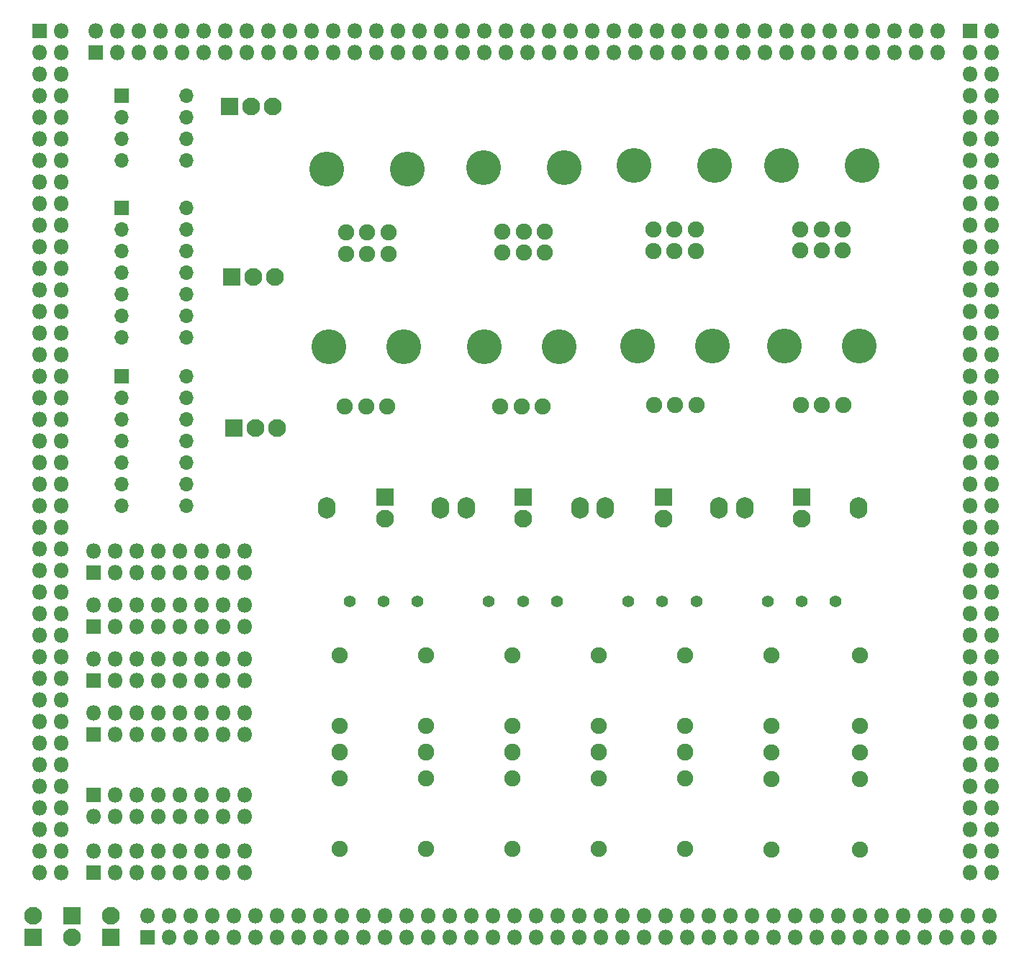
<source format=gbr>
%TF.GenerationSoftware,KiCad,Pcbnew,(5.1.6-0)*%
%TF.CreationDate,2023-02-20T11:30:03-05:00*%
%TF.ProjectId,Test Board Euro,54657374-2042-46f6-9172-64204575726f,rev?*%
%TF.SameCoordinates,Original*%
%TF.FileFunction,Soldermask,Top*%
%TF.FilePolarity,Negative*%
%FSLAX46Y46*%
G04 Gerber Fmt 4.6, Leading zero omitted, Abs format (unit mm)*
G04 Created by KiCad (PCBNEW (5.1.6-0)) date 2023-02-20 11:30:03*
%MOMM*%
%LPD*%
G01*
G04 APERTURE LIST*
%ADD10R,1.800000X1.800000*%
%ADD11O,1.800000X1.800000*%
%ADD12O,2.100000X2.500000*%
%ADD13C,1.400000*%
%ADD14C,2.100000*%
%ADD15R,2.100000X2.100000*%
%ADD16R,1.700000X1.700000*%
%ADD17O,1.700000X1.700000*%
%ADD18C,1.900000*%
%ADD19C,4.100000*%
G04 APERTURE END LIST*
D10*
%TO.C,J18*%
X92964000Y-142240000D03*
D11*
X92964000Y-139700000D03*
X95504000Y-142240000D03*
X95504000Y-139700000D03*
X98044000Y-142240000D03*
X98044000Y-139700000D03*
X100584000Y-142240000D03*
X100584000Y-139700000D03*
X103124000Y-142240000D03*
X103124000Y-139700000D03*
X105664000Y-142240000D03*
X105664000Y-139700000D03*
X108204000Y-142240000D03*
X108204000Y-139700000D03*
X110744000Y-142240000D03*
X110744000Y-139700000D03*
X113284000Y-142240000D03*
X113284000Y-139700000D03*
X115824000Y-142240000D03*
X115824000Y-139700000D03*
X118364000Y-142240000D03*
X118364000Y-139700000D03*
X120904000Y-142240000D03*
X120904000Y-139700000D03*
X123444000Y-142240000D03*
X123444000Y-139700000D03*
X125984000Y-142240000D03*
X125984000Y-139700000D03*
X128524000Y-142240000D03*
X128524000Y-139700000D03*
X131064000Y-142240000D03*
X131064000Y-139700000D03*
X133604000Y-142240000D03*
X133604000Y-139700000D03*
X136144000Y-142240000D03*
X136144000Y-139700000D03*
X138684000Y-142240000D03*
X138684000Y-139700000D03*
X141224000Y-142240000D03*
X141224000Y-139700000D03*
X143764000Y-142240000D03*
X143764000Y-139700000D03*
X146304000Y-142240000D03*
X146304000Y-139700000D03*
X148844000Y-142240000D03*
X148844000Y-139700000D03*
X151384000Y-142240000D03*
X151384000Y-139700000D03*
X153924000Y-142240000D03*
X153924000Y-139700000D03*
X156464000Y-142240000D03*
X156464000Y-139700000D03*
X159004000Y-142240000D03*
X159004000Y-139700000D03*
X161544000Y-142240000D03*
X161544000Y-139700000D03*
X164084000Y-142240000D03*
X164084000Y-139700000D03*
X166624000Y-142240000D03*
X166624000Y-139700000D03*
X169164000Y-142240000D03*
X169164000Y-139700000D03*
X171704000Y-142240000D03*
X171704000Y-139700000D03*
X174244000Y-142240000D03*
X174244000Y-139700000D03*
X176784000Y-142240000D03*
X176784000Y-139700000D03*
X179324000Y-142240000D03*
X179324000Y-139700000D03*
X181864000Y-142240000D03*
X181864000Y-139700000D03*
X184404000Y-142240000D03*
X184404000Y-139700000D03*
X186944000Y-142240000D03*
X186944000Y-139700000D03*
X189484000Y-142240000D03*
X189484000Y-139700000D03*
X192024000Y-142240000D03*
X192024000Y-139700000D03*
%TD*%
D12*
%TO.C,RV9*%
X127406999Y-91730000D03*
X114006999Y-91730000D03*
D13*
X124706999Y-102730000D03*
X120706999Y-102730000D03*
X116706999Y-102730000D03*
%TD*%
D14*
%TO.C,SW3*%
X107950000Y-64516000D03*
X105410000Y-64516000D03*
D15*
X102870000Y-64516000D03*
%TD*%
D14*
%TO.C,SW2*%
X107696000Y-44450000D03*
X105156000Y-44450000D03*
D15*
X102616000Y-44450000D03*
%TD*%
D14*
%TO.C,SW1*%
X108204000Y-82296000D03*
X105664000Y-82296000D03*
D15*
X103124000Y-82296000D03*
%TD*%
D10*
%TO.C,H6*%
X86614000Y-99314000D03*
D11*
X86614000Y-96774000D03*
X89154000Y-99314000D03*
X89154000Y-96774000D03*
X91694000Y-99314000D03*
X91694000Y-96774000D03*
X94234000Y-99314000D03*
X94234000Y-96774000D03*
X96774000Y-99314000D03*
X96774000Y-96774000D03*
X99314000Y-99314000D03*
X99314000Y-96774000D03*
X101854000Y-99314000D03*
X101854000Y-96774000D03*
X104394000Y-99314000D03*
X104394000Y-96774000D03*
%TD*%
D10*
%TO.C,H5*%
X86614000Y-105664000D03*
D11*
X86614000Y-103124000D03*
X89154000Y-105664000D03*
X89154000Y-103124000D03*
X91694000Y-105664000D03*
X91694000Y-103124000D03*
X94234000Y-105664000D03*
X94234000Y-103124000D03*
X96774000Y-105664000D03*
X96774000Y-103124000D03*
X99314000Y-105664000D03*
X99314000Y-103124000D03*
X101854000Y-105664000D03*
X101854000Y-103124000D03*
X104394000Y-105664000D03*
X104394000Y-103124000D03*
%TD*%
D10*
%TO.C,H4*%
X86614000Y-112014000D03*
D11*
X86614000Y-109474000D03*
X89154000Y-112014000D03*
X89154000Y-109474000D03*
X91694000Y-112014000D03*
X91694000Y-109474000D03*
X94234000Y-112014000D03*
X94234000Y-109474000D03*
X96774000Y-112014000D03*
X96774000Y-109474000D03*
X99314000Y-112014000D03*
X99314000Y-109474000D03*
X101854000Y-112014000D03*
X101854000Y-109474000D03*
X104394000Y-112014000D03*
X104394000Y-109474000D03*
%TD*%
D10*
%TO.C,H2*%
X86614000Y-118364000D03*
D11*
X86614000Y-115824000D03*
X89154000Y-118364000D03*
X89154000Y-115824000D03*
X91694000Y-118364000D03*
X91694000Y-115824000D03*
X94234000Y-118364000D03*
X94234000Y-115824000D03*
X96774000Y-118364000D03*
X96774000Y-115824000D03*
X99314000Y-118364000D03*
X99314000Y-115824000D03*
X101854000Y-118364000D03*
X101854000Y-115824000D03*
X104394000Y-118364000D03*
X104394000Y-115824000D03*
%TD*%
D14*
%TO.C,D7*%
X79502000Y-139700000D03*
D15*
X79502000Y-142240000D03*
%TD*%
D14*
%TO.C,D6*%
X88646000Y-139700000D03*
D15*
X88646000Y-142240000D03*
%TD*%
D14*
%TO.C,D5*%
X84074000Y-142240000D03*
D15*
X84074000Y-139700000D03*
%TD*%
D10*
%TO.C,J17*%
X189738000Y-35560000D03*
D11*
X192278000Y-35560000D03*
X189738000Y-38100000D03*
X192278000Y-38100000D03*
X189738000Y-40640000D03*
X192278000Y-40640000D03*
X189738000Y-43180000D03*
X192278000Y-43180000D03*
X189738000Y-45720000D03*
X192278000Y-45720000D03*
X189738000Y-48260000D03*
X192278000Y-48260000D03*
X189738000Y-50800000D03*
X192278000Y-50800000D03*
X189738000Y-53340000D03*
X192278000Y-53340000D03*
X189738000Y-55880000D03*
X192278000Y-55880000D03*
X189738000Y-58420000D03*
X192278000Y-58420000D03*
X189738000Y-60960000D03*
X192278000Y-60960000D03*
X189738000Y-63500000D03*
X192278000Y-63500000D03*
X189738000Y-66040000D03*
X192278000Y-66040000D03*
X189738000Y-68580000D03*
X192278000Y-68580000D03*
X189738000Y-71120000D03*
X192278000Y-71120000D03*
X189738000Y-73660000D03*
X192278000Y-73660000D03*
X189738000Y-76200000D03*
X192278000Y-76200000D03*
X189738000Y-78740000D03*
X192278000Y-78740000D03*
X189738000Y-81280000D03*
X192278000Y-81280000D03*
X189738000Y-83820000D03*
X192278000Y-83820000D03*
X189738000Y-86360000D03*
X192278000Y-86360000D03*
X189738000Y-88900000D03*
X192278000Y-88900000D03*
X189738000Y-91440000D03*
X192278000Y-91440000D03*
X189738000Y-93980000D03*
X192278000Y-93980000D03*
X189738000Y-96520000D03*
X192278000Y-96520000D03*
X189738000Y-99060000D03*
X192278000Y-99060000D03*
X189738000Y-101600000D03*
X192278000Y-101600000D03*
X189738000Y-104140000D03*
X192278000Y-104140000D03*
X189738000Y-106680000D03*
X192278000Y-106680000D03*
X189738000Y-109220000D03*
X192278000Y-109220000D03*
X189738000Y-111760000D03*
X192278000Y-111760000D03*
X189738000Y-114300000D03*
X192278000Y-114300000D03*
X189738000Y-116840000D03*
X192278000Y-116840000D03*
X189738000Y-119380000D03*
X192278000Y-119380000D03*
X189738000Y-121920000D03*
X192278000Y-121920000D03*
X189738000Y-124460000D03*
X192278000Y-124460000D03*
X189738000Y-127000000D03*
X192278000Y-127000000D03*
X189738000Y-129540000D03*
X192278000Y-129540000D03*
X189738000Y-132080000D03*
X192278000Y-132080000D03*
X189738000Y-134620000D03*
X192278000Y-134620000D03*
%TD*%
D10*
%TO.C,H3*%
X86614000Y-125476000D03*
D11*
X86614000Y-128016000D03*
X89154000Y-125476000D03*
X89154000Y-128016000D03*
X91694000Y-125476000D03*
X91694000Y-128016000D03*
X94234000Y-125476000D03*
X94234000Y-128016000D03*
X96774000Y-125476000D03*
X96774000Y-128016000D03*
X99314000Y-125476000D03*
X99314000Y-128016000D03*
X101854000Y-125476000D03*
X101854000Y-128016000D03*
X104394000Y-125476000D03*
X104394000Y-128016000D03*
%TD*%
D16*
%TO.C,U4*%
X89916000Y-76200000D03*
D17*
X97536000Y-91440000D03*
X89916000Y-78740000D03*
X97536000Y-88900000D03*
X89916000Y-81280000D03*
X97536000Y-86360000D03*
X89916000Y-83820000D03*
X97536000Y-83820000D03*
X89916000Y-86360000D03*
X97536000Y-81280000D03*
X89916000Y-88900000D03*
X97536000Y-78740000D03*
X89916000Y-91440000D03*
X97536000Y-76200000D03*
%TD*%
D16*
%TO.C,U3*%
X89916000Y-43180000D03*
D17*
X97536000Y-50800000D03*
X89916000Y-45720000D03*
X97536000Y-48260000D03*
X89916000Y-48260000D03*
X97536000Y-45720000D03*
X89916000Y-50800000D03*
X97536000Y-43180000D03*
%TD*%
D16*
%TO.C,U2*%
X89916000Y-56388000D03*
D17*
X97536000Y-71628000D03*
X89916000Y-58928000D03*
X97536000Y-69088000D03*
X89916000Y-61468000D03*
X97536000Y-66548000D03*
X89916000Y-64008000D03*
X97536000Y-64008000D03*
X89916000Y-66548000D03*
X97536000Y-61468000D03*
X89916000Y-69088000D03*
X97536000Y-58928000D03*
X89916000Y-71628000D03*
X97536000Y-56388000D03*
%TD*%
D12*
%TO.C,RV12*%
X176606999Y-91730000D03*
X163206999Y-91730000D03*
D13*
X173906999Y-102730000D03*
X169906999Y-102730000D03*
X165906999Y-102730000D03*
%TD*%
D12*
%TO.C,RV11*%
X160206999Y-91730000D03*
X146806999Y-91730000D03*
D13*
X157506999Y-102730000D03*
X153506999Y-102730000D03*
X149506999Y-102730000D03*
%TD*%
D12*
%TO.C,RV10*%
X143806999Y-91730000D03*
X130406999Y-91730000D03*
D13*
X141106999Y-102730000D03*
X137106999Y-102730000D03*
X133106999Y-102730000D03*
%TD*%
D10*
%TO.C,J16*%
X86868000Y-38100000D03*
D11*
X86868000Y-35560000D03*
X89408000Y-38100000D03*
X89408000Y-35560000D03*
X91948000Y-38100000D03*
X91948000Y-35560000D03*
X94488000Y-38100000D03*
X94488000Y-35560000D03*
X97028000Y-38100000D03*
X97028000Y-35560000D03*
X99568000Y-38100000D03*
X99568000Y-35560000D03*
X102108000Y-38100000D03*
X102108000Y-35560000D03*
X104648000Y-38100000D03*
X104648000Y-35560000D03*
X107188000Y-38100000D03*
X107188000Y-35560000D03*
X109728000Y-38100000D03*
X109728000Y-35560000D03*
X112268000Y-38100000D03*
X112268000Y-35560000D03*
X114808000Y-38100000D03*
X114808000Y-35560000D03*
X117348000Y-38100000D03*
X117348000Y-35560000D03*
X119888000Y-38100000D03*
X119888000Y-35560000D03*
X122428000Y-38100000D03*
X122428000Y-35560000D03*
X124968000Y-38100000D03*
X124968000Y-35560000D03*
X127508000Y-38100000D03*
X127508000Y-35560000D03*
X130048000Y-38100000D03*
X130048000Y-35560000D03*
X132588000Y-38100000D03*
X132588000Y-35560000D03*
X135128000Y-38100000D03*
X135128000Y-35560000D03*
X137668000Y-38100000D03*
X137668000Y-35560000D03*
X140208000Y-38100000D03*
X140208000Y-35560000D03*
X142748000Y-38100000D03*
X142748000Y-35560000D03*
X145288000Y-38100000D03*
X145288000Y-35560000D03*
X147828000Y-38100000D03*
X147828000Y-35560000D03*
X150368000Y-38100000D03*
X150368000Y-35560000D03*
X152908000Y-38100000D03*
X152908000Y-35560000D03*
X155448000Y-38100000D03*
X155448000Y-35560000D03*
X157988000Y-38100000D03*
X157988000Y-35560000D03*
X160528000Y-38100000D03*
X160528000Y-35560000D03*
X163068000Y-38100000D03*
X163068000Y-35560000D03*
X165608000Y-38100000D03*
X165608000Y-35560000D03*
X168148000Y-38100000D03*
X168148000Y-35560000D03*
X170688000Y-38100000D03*
X170688000Y-35560000D03*
X173228000Y-38100000D03*
X173228000Y-35560000D03*
X175768000Y-38100000D03*
X175768000Y-35560000D03*
X178308000Y-38100000D03*
X178308000Y-35560000D03*
X180848000Y-38100000D03*
X180848000Y-35560000D03*
X183388000Y-38100000D03*
X183388000Y-35560000D03*
X185928000Y-38100000D03*
X185928000Y-35560000D03*
%TD*%
D18*
%TO.C,J15*%
X176784000Y-109126000D03*
X176784000Y-120526000D03*
X176784000Y-117426000D03*
%TD*%
%TO.C,J14*%
X176784000Y-131920000D03*
X176784000Y-120520000D03*
X176784000Y-123620000D03*
%TD*%
%TO.C,J13*%
X166370000Y-131920000D03*
X166370000Y-120520000D03*
X166370000Y-123620000D03*
%TD*%
%TO.C,J12*%
X166370000Y-109126000D03*
X166370000Y-120526000D03*
X166370000Y-117426000D03*
%TD*%
D14*
%TO.C,D4*%
X120904000Y-92964000D03*
D15*
X120904000Y-90424000D03*
%TD*%
D14*
%TO.C,D3*%
X137106999Y-93000000D03*
D15*
X137106999Y-90460000D03*
%TD*%
D14*
%TO.C,D2*%
X153670000Y-92964000D03*
D15*
X153670000Y-90424000D03*
%TD*%
D14*
%TO.C,D1*%
X169926000Y-92964000D03*
D15*
X169926000Y-90424000D03*
%TD*%
D18*
%TO.C,J11*%
X156170000Y-131838000D03*
X156170000Y-120438000D03*
X156170000Y-123538000D03*
%TD*%
%TO.C,J10*%
X146020000Y-131838000D03*
X146020000Y-120438000D03*
X146020000Y-123538000D03*
%TD*%
%TO.C,J9*%
X156170000Y-109126000D03*
X156170000Y-120526000D03*
X156170000Y-117426000D03*
%TD*%
%TO.C,J8*%
X146020000Y-109126000D03*
X146020000Y-120526000D03*
X146020000Y-117426000D03*
%TD*%
%TO.C,J7*%
X135870000Y-131838000D03*
X135870000Y-120438000D03*
X135870000Y-123538000D03*
%TD*%
%TO.C,J5*%
X125720000Y-131838000D03*
X125720000Y-120438000D03*
X125720000Y-123538000D03*
%TD*%
%TO.C,J4*%
X135870000Y-109126000D03*
X135870000Y-120526000D03*
X135870000Y-117426000D03*
%TD*%
%TO.C,J3*%
X125720000Y-109126000D03*
X125720000Y-120526000D03*
X125720000Y-117426000D03*
%TD*%
%TO.C,J2*%
X115570000Y-131838000D03*
X115570000Y-120438000D03*
X115570000Y-123538000D03*
%TD*%
%TO.C,J1*%
X115570000Y-109126000D03*
X115570000Y-120526000D03*
X115570000Y-117426000D03*
%TD*%
%TO.C,RV8*%
X169752000Y-58928000D03*
X172252000Y-58928000D03*
X174752000Y-58928000D03*
X169752000Y-61428000D03*
X172252000Y-61428000D03*
X174752000Y-61428000D03*
D19*
X167502000Y-51428000D03*
X177002000Y-51428000D03*
%TD*%
D18*
%TO.C,RV7*%
X152440000Y-58968000D03*
X154940000Y-58968000D03*
X157440000Y-58968000D03*
X152440000Y-61468000D03*
X154940000Y-61468000D03*
X157440000Y-61468000D03*
D19*
X150190000Y-51468000D03*
X159690000Y-51468000D03*
%TD*%
D18*
%TO.C,RV6*%
X134700000Y-59182000D03*
X137200000Y-59182000D03*
X139700000Y-59182000D03*
X134700000Y-61682000D03*
X137200000Y-61682000D03*
X139700000Y-61682000D03*
D19*
X132450000Y-51682000D03*
X141950000Y-51682000D03*
%TD*%
D18*
%TO.C,RV5*%
X116158000Y-79756000D03*
X118658000Y-79756000D03*
X121158000Y-79756000D03*
D19*
X114258000Y-72756000D03*
X123058000Y-72756000D03*
%TD*%
D18*
%TO.C,RV4*%
X134446000Y-79756000D03*
X136946000Y-79756000D03*
X139446000Y-79756000D03*
D19*
X132546000Y-72756000D03*
X141346000Y-72756000D03*
%TD*%
D18*
%TO.C,RV3*%
X152522000Y-79644000D03*
X155022000Y-79644000D03*
X157522000Y-79644000D03*
D19*
X150622000Y-72644000D03*
X159422000Y-72644000D03*
%TD*%
D18*
%TO.C,RV2*%
X116296000Y-59316000D03*
X118796000Y-59316000D03*
X121296000Y-59316000D03*
X116296000Y-61816000D03*
X118796000Y-61816000D03*
X121296000Y-61816000D03*
D19*
X114046000Y-51816000D03*
X123546000Y-51816000D03*
%TD*%
D18*
%TO.C,RV1*%
X169794000Y-79644000D03*
X172294000Y-79644000D03*
X174794000Y-79644000D03*
D19*
X167894000Y-72644000D03*
X176694000Y-72644000D03*
%TD*%
D10*
%TO.C,J6*%
X80264000Y-35560000D03*
D11*
X82804000Y-35560000D03*
X80264000Y-38100000D03*
X82804000Y-38100000D03*
X80264000Y-40640000D03*
X82804000Y-40640000D03*
X80264000Y-43180000D03*
X82804000Y-43180000D03*
X80264000Y-45720000D03*
X82804000Y-45720000D03*
X80264000Y-48260000D03*
X82804000Y-48260000D03*
X80264000Y-50800000D03*
X82804000Y-50800000D03*
X80264000Y-53340000D03*
X82804000Y-53340000D03*
X80264000Y-55880000D03*
X82804000Y-55880000D03*
X80264000Y-58420000D03*
X82804000Y-58420000D03*
X80264000Y-60960000D03*
X82804000Y-60960000D03*
X80264000Y-63500000D03*
X82804000Y-63500000D03*
X80264000Y-66040000D03*
X82804000Y-66040000D03*
X80264000Y-68580000D03*
X82804000Y-68580000D03*
X80264000Y-71120000D03*
X82804000Y-71120000D03*
X80264000Y-73660000D03*
X82804000Y-73660000D03*
X80264000Y-76200000D03*
X82804000Y-76200000D03*
X80264000Y-78740000D03*
X82804000Y-78740000D03*
X80264000Y-81280000D03*
X82804000Y-81280000D03*
X80264000Y-83820000D03*
X82804000Y-83820000D03*
X80264000Y-86360000D03*
X82804000Y-86360000D03*
X80264000Y-88900000D03*
X82804000Y-88900000D03*
X80264000Y-91440000D03*
X82804000Y-91440000D03*
X80264000Y-93980000D03*
X82804000Y-93980000D03*
X80264000Y-96520000D03*
X82804000Y-96520000D03*
X80264000Y-99060000D03*
X82804000Y-99060000D03*
X80264000Y-101600000D03*
X82804000Y-101600000D03*
X80264000Y-104140000D03*
X82804000Y-104140000D03*
X80264000Y-106680000D03*
X82804000Y-106680000D03*
X80264000Y-109220000D03*
X82804000Y-109220000D03*
X80264000Y-111760000D03*
X82804000Y-111760000D03*
X80264000Y-114300000D03*
X82804000Y-114300000D03*
X80264000Y-116840000D03*
X82804000Y-116840000D03*
X80264000Y-119380000D03*
X82804000Y-119380000D03*
X80264000Y-121920000D03*
X82804000Y-121920000D03*
X80264000Y-124460000D03*
X82804000Y-124460000D03*
X80264000Y-127000000D03*
X82804000Y-127000000D03*
X80264000Y-129540000D03*
X82804000Y-129540000D03*
X80264000Y-132080000D03*
X82804000Y-132080000D03*
X80264000Y-134620000D03*
X82804000Y-134620000D03*
%TD*%
D10*
%TO.C,H1*%
X86614000Y-134620000D03*
D11*
X86614000Y-132080000D03*
X89154000Y-134620000D03*
X89154000Y-132080000D03*
X91694000Y-134620000D03*
X91694000Y-132080000D03*
X94234000Y-134620000D03*
X94234000Y-132080000D03*
X96774000Y-134620000D03*
X96774000Y-132080000D03*
X99314000Y-134620000D03*
X99314000Y-132080000D03*
X101854000Y-134620000D03*
X101854000Y-132080000D03*
X104394000Y-134620000D03*
X104394000Y-132080000D03*
%TD*%
M02*

</source>
